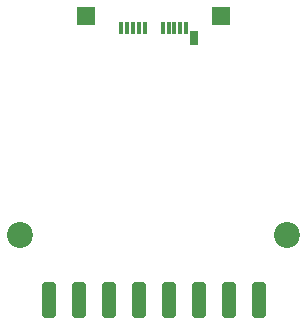
<source format=gbr>
%TF.GenerationSoftware,KiCad,Pcbnew,9.0.7*%
%TF.CreationDate,2026-02-26T13:23:58-05:00*%
%TF.ProjectId,Mag Charger,4d616720-4368-4617-9267-65722e6b6963,X1*%
%TF.SameCoordinates,Original*%
%TF.FileFunction,Soldermask,Bot*%
%TF.FilePolarity,Negative*%
%FSLAX46Y46*%
G04 Gerber Fmt 4.6, Leading zero omitted, Abs format (unit mm)*
G04 Created by KiCad (PCBNEW 9.0.7) date 2026-02-26 13:23:58*
%MOMM*%
%LPD*%
G01*
G04 APERTURE LIST*
G04 Aperture macros list*
%AMRoundRect*
0 Rectangle with rounded corners*
0 $1 Rounding radius*
0 $2 $3 $4 $5 $6 $7 $8 $9 X,Y pos of 4 corners*
0 Add a 4 corners polygon primitive as box body*
4,1,4,$2,$3,$4,$5,$6,$7,$8,$9,$2,$3,0*
0 Add four circle primitives for the rounded corners*
1,1,$1+$1,$2,$3*
1,1,$1+$1,$4,$5*
1,1,$1+$1,$6,$7*
1,1,$1+$1,$8,$9*
0 Add four rect primitives between the rounded corners*
20,1,$1+$1,$2,$3,$4,$5,0*
20,1,$1+$1,$4,$5,$6,$7,0*
20,1,$1+$1,$6,$7,$8,$9,0*
20,1,$1+$1,$8,$9,$2,$3,0*%
G04 Aperture macros list end*
%ADD10C,2.200000*%
%ADD11R,0.380000X1.000000*%
%ADD12R,0.700000X1.150000*%
%ADD13RoundRect,0.250000X-0.350000X-1.250000X0.350000X-1.250000X0.350000X1.250000X-0.350000X1.250000X0*%
%ADD14R,1.500000X1.500000*%
G04 APERTURE END LIST*
D10*
%TO.C,H1*%
X97000000Y-142460000D03*
%TD*%
%TO.C,H2*%
X119600000Y-142460000D03*
%TD*%
D11*
%TO.C,P1*%
X111050000Y-125000000D03*
X110550000Y-125000000D03*
X110050000Y-125000000D03*
X109550000Y-125000000D03*
X109050000Y-125000000D03*
X107550000Y-125000000D03*
X107050000Y-125000000D03*
X106550000Y-125000000D03*
X106050000Y-125000000D03*
X105550000Y-125000000D03*
D12*
X111720000Y-125840000D03*
%TD*%
D13*
%TO.C,J1*%
X99410000Y-147955000D03*
X101950000Y-147955000D03*
X104490000Y-147955000D03*
X107030000Y-147955000D03*
X109570000Y-147955000D03*
X112110000Y-147955000D03*
X114650000Y-147955000D03*
X117190000Y-147955000D03*
%TD*%
D14*
%TO.C,TP2*%
X102600000Y-123960000D03*
%TD*%
%TO.C,TP4*%
X114000000Y-123960000D03*
%TD*%
M02*

</source>
